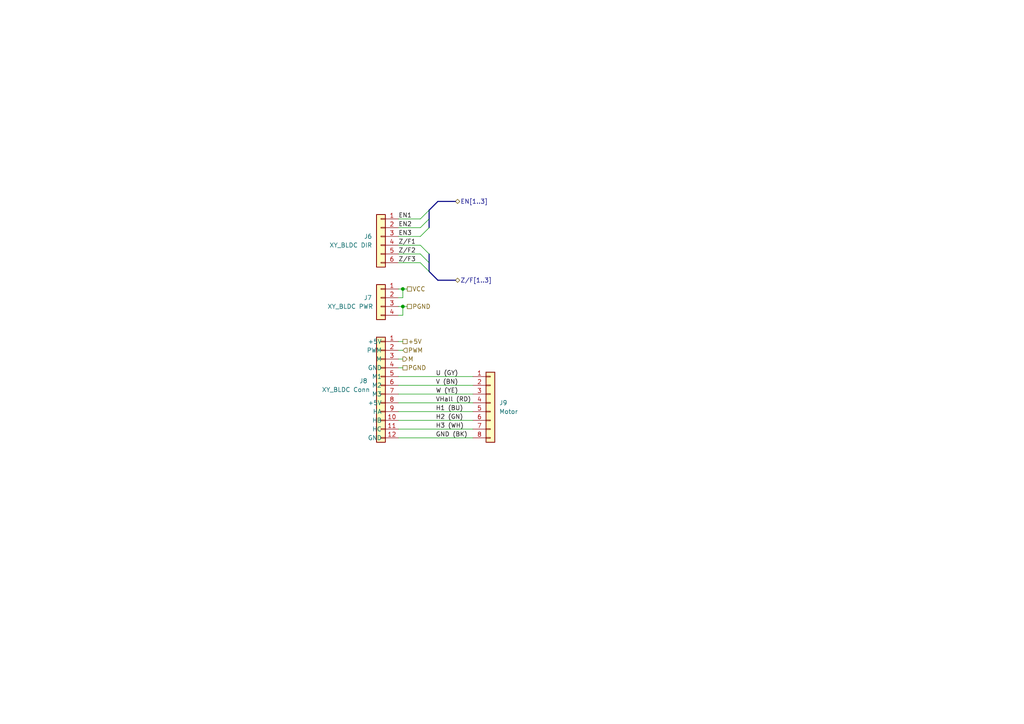
<source format=kicad_sch>
(kicad_sch (version 20230121) (generator eeschema)
  (paper "A4")
  (title_block (title "MotorConn") (date "2024-01-18") (rev "v0.1"))
  (lib_symbols
    (symbol "Connector_Generic:Conn_01x04" (pin_names (offset 1.016) hide)
      (property "Reference" "J" (at 0 5.08 0))
      (property "Value" "Conn_01x04" (at 0 -7.62 0))
      (symbol "Conn_01x04_1_1"
        (rectangle (start -1.27 -4.953) (end 0 -5.207) (stroke (width 0.1524)))
        (rectangle (start -1.27 -2.413) (end 0 -2.667) (stroke (width 0.1524)))
        (rectangle (start -1.27 0.127) (end 0 -0.127) (stroke (width 0.1524)))
        (rectangle (start -1.27 2.667) (end 0 2.413) (stroke (width 0.1524)))
        (rectangle (start -1.27 3.81) (end 1.27 -6.35) (stroke (width 0.254)) (fill (type background)))
        (pin passive line (at -5.08 2.54 0) (length 3.81) (name "Pin_1") (number "1"))
        (pin passive line (at -5.08 0 0) (length 3.81) (name "Pin_2") (number "2"))
        (pin passive line (at -5.08 -2.54 0) (length 3.81) (name "Pin_3") (number "3"))
        (pin passive line (at -5.08 -5.08 0) (length 3.81) (name "Pin_4") (number "4"))
      )
    )
    (symbol "Connector_Generic:Conn_01x06" (pin_names (offset 1.016) hide)
      (property "Reference" "J" (at 0 7.62 0))
      (property "Value" "Conn_01x06" (at 0 -10.16 0))
      (symbol "Conn_01x06_1_1"
        (rectangle (start -1.27 -7.493) (end 0 -7.747) (stroke (width 0.1524)))
        (rectangle (start -1.27 -4.953) (end 0 -5.207) (stroke (width 0.1524)))
        (rectangle (start -1.27 -2.413) (end 0 -2.667) (stroke (width 0.1524)))
        (rectangle (start -1.27 0.127) (end 0 -0.127) (stroke (width 0.1524)))
        (rectangle (start -1.27 2.667) (end 0 2.413) (stroke (width 0.1524)))
        (rectangle (start -1.27 5.207) (end 0 4.953) (stroke (width 0.1524)))
        (rectangle (start -1.27 6.35) (end 1.27 -8.89) (stroke (width 0.254)) (fill (type background)))
        (pin passive line (at -5.08 5.08 0) (length 3.81) (name "Pin_1") (number "1"))
        (pin passive line (at -5.08 2.54 0) (length 3.81) (name "Pin_2") (number "2"))
        (pin passive line (at -5.08 0 0) (length 3.81) (name "Pin_3") (number "3"))
        (pin passive line (at -5.08 -2.54 0) (length 3.81) (name "Pin_4") (number "4"))
        (pin passive line (at -5.08 -5.08 0) (length 3.81) (name "Pin_5") (number "5"))
        (pin passive line (at -5.08 -7.62 0) (length 3.81) (name "Pin_6") (number "6"))
      )
    )
    (symbol "Connector_Generic:Conn_01x08" (pin_names (offset 1.016) hide)
      (property "Reference" "J" (at 0 10.16 0))
      (property "Value" "Conn_01x08" (at 0 -12.7 0))
      (symbol "Conn_01x08_1_1"
        (rectangle (start -1.27 -10.033) (end 0 -10.287) (stroke (width 0.1524)))
        (rectangle (start -1.27 -7.493) (end 0 -7.747) (stroke (width 0.1524)))
        (rectangle (start -1.27 -4.953) (end 0 -5.207) (stroke (width 0.1524)))
        (rectangle (start -1.27 -2.413) (end 0 -2.667) (stroke (width 0.1524)))
        (rectangle (start -1.27 0.127) (end 0 -0.127) (stroke (width 0.1524)))
        (rectangle (start -1.27 2.667) (end 0 2.413) (stroke (width 0.1524)))
        (rectangle (start -1.27 5.207) (end 0 4.953) (stroke (width 0.1524)))
        (rectangle (start -1.27 7.747) (end 0 7.493) (stroke (width 0.1524)))
        (rectangle (start -1.27 8.89) (end 1.27 -11.43) (stroke (width 0.254)) (fill (type background)))
        (pin passive line (at -5.08 7.62 0) (length 3.81) (name "Pin_1") (number "1"))
        (pin passive line (at -5.08 5.08 0) (length 3.81) (name "Pin_2") (number "2"))
        (pin passive line (at -5.08 2.54 0) (length 3.81) (name "Pin_3") (number "3"))
        (pin passive line (at -5.08 0 0) (length 3.81) (name "Pin_4") (number "4"))
        (pin passive line (at -5.08 -2.54 0) (length 3.81) (name "Pin_5") (number "5"))
        (pin passive line (at -5.08 -5.08 0) (length 3.81) (name "Pin_6") (number "6"))
        (pin passive line (at -5.08 -7.62 0) (length 3.81) (name "Pin_7") (number "7"))
        (pin passive line (at -5.08 -10.16 0) (length 3.81) (name "Pin_8") (number "8"))
      )
    )
    (symbol "Connector_Generic:Conn_01x12" (pin_names (offset 1.016))
      (property "Reference" "J10" (at 5.08 1.27 0))
      (property "Value" "Conn_01x12" (at 8.89 -1.27 0))
      (symbol "Conn_01x12_1_1"
        (rectangle (start -1.27 -15.113) (end 0 -15.367) (stroke (width 0.1524)))
        (rectangle (start -1.27 -12.573) (end 0 -12.827) (stroke (width 0.1524)))
        (rectangle (start -1.27 -10.033) (end 0 -10.287) (stroke (width 0.1524)))
        (rectangle (start -1.27 -7.493) (end 0 -7.747) (stroke (width 0.1524)))
        (rectangle (start -1.27 -4.953) (end 0 -5.207) (stroke (width 0.1524)))
        (rectangle (start -1.27 -2.413) (end 0 -2.667) (stroke (width 0.1524)))
        (rectangle (start -1.27 0.127) (end 0 -0.127) (stroke (width 0.1524)))
        (rectangle (start -1.27 2.667) (end 0 2.413) (stroke (width 0.1524)))
        (rectangle (start -1.27 5.207) (end 0 4.953) (stroke (width 0.1524)))
        (rectangle (start -1.27 7.747) (end 0 7.493) (stroke (width 0.1524)))
        (rectangle (start -1.27 10.287) (end 0 10.033) (stroke (width 0.1524)))
        (rectangle (start -1.27 12.827) (end 0 12.573) (stroke (width 0.1524)))
        (rectangle (start -1.27 13.97) (end 1.27 -16.51) (stroke (width 0.254)) (fill (type background)))
        (pin passive line (at -5.08 12.7 0) (length 3.81) (name "Pin_1") (number "1") (alternate "+5V" passive line))
        (pin passive line (at -5.08 -10.16 0) (length 3.81) (name "Pin_10") (number "10") (alternate "HB" passive line))
        (pin passive line (at -5.08 -12.7 0) (length 3.81) (name "Pin_11") (number "11") (alternate "HC" passive line))
        (pin passive line (at -5.08 -15.24 0) (length 3.81) (name "Pin_12") (number "12") (alternate "GND" passive line))
        (pin passive line (at -5.08 10.16 0) (length 3.81) (name "Pin_2") (number "2") (alternate "PWM" passive line))
        (pin passive line (at -5.08 7.62 0) (length 3.81) (name "Pin_3") (number "3") (alternate "M" passive line))
        (pin passive line (at -5.08 5.08 0) (length 3.81) (name "Pin_4") (number "4") (alternate "GND" passive line))
        (pin passive line (at -5.08 2.54 0) (length 3.81) (name "Pin_5") (number "5") (alternate "M1" passive line))
        (pin passive line (at -5.08 0 0) (length 3.81) (name "Pin_6") (number "6") (alternate "M2" passive line))
        (pin passive line (at -5.08 -2.54 0) (length 3.81) (name "Pin_7") (number "7") (alternate "M3" passive line))
        (pin passive line (at -5.08 -5.08 0) (length 3.81) (name "Pin_8") (number "8") (alternate "+5V" passive line))
        (pin passive line (at -5.08 -7.62 0) (length 3.81) (name "Pin_9") (number "9") (alternate "HA" passive line))
      )
    )
  )
  (junction (at 116.84 88.9))
  (junction (at 116.84 83.82))
  (bus_entry (at 124.46 60.96) (size -2.54 2.54))
  (bus_entry (at 121.92 76.2) (size 2.54 2.54))
  (bus_entry (at 124.46 63.5) (size -2.54 2.54))
  (bus_entry (at 121.92 71.12) (size 2.54 2.54))
  (bus_entry (at 124.46 66.04) (size -2.54 2.54))
  (bus_entry (at 121.92 73.66) (size 2.54 2.54))
  (bus (pts (xy 127 81.28) (xy 132.08 81.28)))
  (wire (pts (xy 115.57 116.84) (xy 137.16 116.84)))
  (wire (pts (xy 115.57 71.12) (xy 121.92 71.12)))
  (bus (pts (xy 124.46 66.04) (xy 124.46 63.5)))
  (wire (pts (xy 115.57 68.58) (xy 121.92 68.58)))
  (wire (pts (xy 116.84 83.82) (xy 118.11 83.82)))
  (wire (pts (xy 115.57 76.2) (xy 121.92 76.2)))
  (wire (pts (xy 115.57 114.3) (xy 137.16 114.3)))
  (wire (pts (xy 115.57 83.82) (xy 116.84 83.82)))
  (wire (pts (xy 116.84 88.9) (xy 116.84 91.44)))
  (bus (pts (xy 124.46 60.96) (xy 127 58.42)))
  (wire (pts (xy 115.57 73.66) (xy 121.92 73.66)))
  (bus (pts (xy 124.46 78.74) (xy 127 81.28)))
  (wire (pts (xy 115.57 104.14) (xy 116.84 104.14)))
  (wire (pts (xy 115.57 119.38) (xy 137.16 119.38)))
  (bus (pts (xy 124.46 76.2) (xy 124.46 78.74)))
  (wire (pts (xy 116.84 83.82) (xy 116.84 86.36)))
  (wire (pts (xy 115.57 63.5) (xy 121.92 63.5)))
  (wire (pts (xy 115.57 66.04) (xy 121.92 66.04)))
  (wire (pts (xy 115.57 91.44) (xy 116.84 91.44)))
  (wire (pts (xy 115.57 99.06) (xy 116.84 99.06)))
  (wire (pts (xy 115.57 88.9) (xy 116.84 88.9)))
  (wire (pts (xy 115.57 109.22) (xy 137.16 109.22)))
  (wire (pts (xy 115.57 124.46) (xy 137.16 124.46)))
  (wire (pts (xy 115.57 101.6) (xy 116.84 101.6)))
  (wire (pts (xy 115.57 111.76) (xy 137.16 111.76)))
  (bus (pts (xy 127 58.42) (xy 132.08 58.42)))
  (wire (pts (xy 115.57 86.36) (xy 116.84 86.36)))
  (wire (pts (xy 115.57 127) (xy 137.16 127)))
  (wire (pts (xy 115.57 121.92) (xy 137.16 121.92)))
  (bus (pts (xy 124.46 73.66) (xy 124.46 76.2)))
  (bus (pts (xy 124.46 63.5) (xy 124.46 60.96)))
  (wire (pts (xy 115.57 106.68) (xy 116.84 106.68)))
  (wire (pts (xy 116.84 88.9) (xy 118.11 88.9)))
  (label "Z{slash}F3" (at 115.57 76.2 0))
  (label "V (BN)" (at 126.365 111.76 0))
  (label "H1 (BU)" (at 126.365 119.38 0))
  (label "H2 (GN)" (at 126.365 121.92 0))
  (label "EN3" (at 115.57 68.58 0))
  (label "EN1" (at 115.57 63.5 0))
  (label "W (YE)" (at 126.365 114.3 0))
  (label "VHall (RD)" (at 126.365 116.84 0))
  (label "EN2" (at 115.57 66.04 0))
  (label "U (GY)" (at 126.365 109.22 0))
  (label "H3 (WH)" (at 126.365 124.46 0))
  (label "GND (BK)" (at 126.365 127 0))
  (label "Z{slash}F1" (at 115.57 71.12 0))
  (label "Z{slash}F2" (at 115.57 73.66 0))
  (hierarchical_label "PGND" (shape passive) (at 116.84 106.68 0))
  (hierarchical_label "Z{slash}F[1..3]" (shape bidirectional) (at 132.08 81.28 0))
  (hierarchical_label "VCC" (shape passive) (at 118.11 83.82 0))
  (hierarchical_label "M" (shape output) (at 116.84 104.14 0))
  (hierarchical_label "EN[1..3]" (shape bidirectional) (at 132.08 58.42 0))
  (hierarchical_label "PWM" (shape input) (at 116.84 101.6 0))
  (hierarchical_label "+5V" (shape passive) (at 116.84 99.06 0))
  (hierarchical_label "PGND" (shape passive) (at 118.11 88.9 0))
  (symbol (lib_id "Connector_Generic:Conn_01x06") (at 110.49 68.58 0) (mirror y) (unit 1)
    (property "Reference" "J6" (at 107.95 68.58 0) (effects (justify left)))
    (property "Value" "XY_BLDC DIR" (at 107.95 71.12 0) (effects (justify left)))
    (instances (project "Powerboard" (path "" (reference "J6") (unit 1)) (path "" (reference "J14") (unit 1)) (path "" (reference "J22") (unit 1)) (path "" (reference "J10") (unit 1)) (path "" (reference "J18") (unit 1))))
  )
  (symbol (lib_id "Connector_Generic:Conn_01x08") (at 142.24 116.84 0) (unit 1)
    (property "Reference" "J9" (at 144.78 116.84 0) (effects (justify left)))
    (property "Value" "Motor" (at 144.78 119.38 0) (effects (justify left)))
    (instances (project "Powerboard" (path "" (reference "J9") (unit 1)) (path "" (reference "J17") (unit 1)) (path "" (reference "J25") (unit 1)) (path "" (reference "J13") (unit 1)) (path "" (reference "J21") (unit 1))))
  )
  (symbol (lib_id "Connector_Generic:Conn_01x04") (at 110.49 86.36 0) (mirror y) (unit 1)
    (property "Reference" "J7" (at 106.68 86.36 0))
    (property "Value" "XY_BLDC PWR" (at 101.6 88.9 0))
    (instances (project "Powerboard" (path "" (reference "J7") (unit 1)) (path "" (reference "J15") (unit 1)) (path "" (reference "J23") (unit 1)) (path "" (reference "J11") (unit 1)) (path "" (reference "J19") (unit 1))))
  )
  (symbol (lib_id "Connector_Generic:Conn_01x12") (at 110.49 111.76 0) (mirror y) (unit 1)
    (property "Reference" "J8" (at 105.41 110.49 0))
    (property "Value" "XY_BLDC Conn" (at 100.33 113.03 0))
    (pin "4" (alternate "GND"))
    (pin "9" (alternate "HA"))
    (pin "3" (alternate "M"))
    (pin "12" (alternate "GND"))
    (pin "7" (alternate "M3"))
    (pin "6" (alternate "M2"))
    (pin "11" (alternate "HC"))
    (pin "8" (alternate "+5V"))
    (pin "1" (alternate "+5V"))
    (pin "5" (alternate "M1"))
    (pin "10" (alternate "HB"))
    (pin "2" (alternate "PWM"))
    (instances (project "Powerboard" (path "" (reference "J8") (unit 1)) (path "" (reference "J16") (unit 1)) (path "" (reference "J24") (unit 1)) (path "" (reference "J12") (unit 1)) (path "" (reference "J20") (unit 1))))
  )
)
</source>
